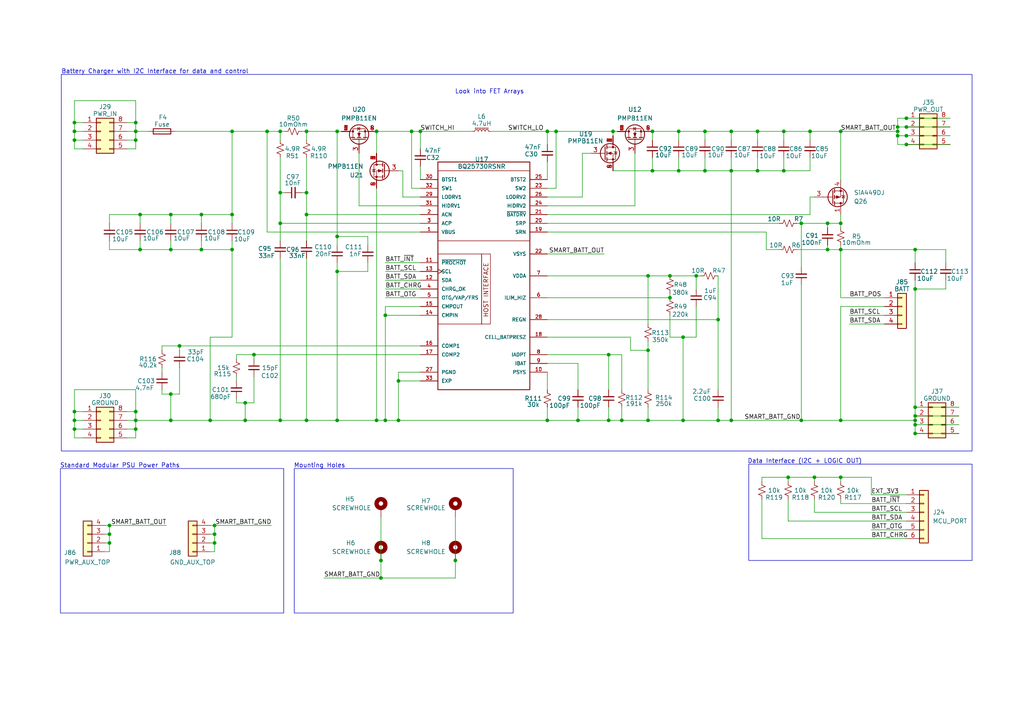
<source format=kicad_sch>
(kicad_sch (version 20250114) (generator "eeschema") (generator_version "9.0")
  (paper "A4")
  (title_block (title "Modular PSU") (company "DanWave Design") (comment 1 "Design By: Daniel Manla") (comment 2 "Open Hardware"))
  (lib_symbols
    (symbol "Connector_Generic:Conn_01x04" (pin_names (offset 1.016) (hide yes))
      (property "Reference" "J" (at 0 5.08 0))
      (property "Value" "Conn_01x04" (at 0 -7.62 0))
      (symbol "Conn_01x04_1_1"
        (pin passive line (at -5.08 2.54 0) (length 3.81) (name "Pin_1") (number "1"))
        (pin passive line (at -5.08 0 0) (length 3.81) (name "Pin_2") (number "2"))
        (pin passive line (at -5.08 -2.54 0) (length 3.81) (name "Pin_3") (number "3"))
        (pin passive line (at -5.08 -5.08 0) (length 3.81) (name "Pin_4") (number "4"))
      )
    )
    (symbol "Connector_Generic:Conn_01x06" (pin_names (offset 1.016) (hide yes))
      (property "Reference" "J" (at 0 7.62 0))
      (property "Value" "Conn_01x06" (at 0 -10.16 0))
      (symbol "Conn_01x06_1_1"
        (pin passive line (at -5.08 5.08 0) (length 3.81) (name "Pin_1") (number "1"))
        (pin passive line (at -5.08 2.54 0) (length 3.81) (name "Pin_2") (number "2"))
        (pin passive line (at -5.08 0 0) (length 3.81) (name "Pin_3") (number "3"))
        (pin passive line (at -5.08 -2.54 0) (length 3.81) (name "Pin_4") (number "4"))
        (pin passive line (at -5.08 -5.08 0) (length 3.81) (name "Pin_5") (number "5"))
        (pin passive line (at -5.08 -7.62 0) (length 3.81) (name "Pin_6") (number "6"))
      )
    )
    (symbol "Connector_Generic:Conn_02x04_Counter_Clockwise" (pin_names (offset 1.016) (hide yes))
      (property "Reference" "J" (at 1.27 5.08 0))
      (property "Value" "Conn_02x04_Counter_Clockwise" (at 1.27 -7.62 0))
      (symbol "Conn_02x04_Counter_Clockwise_1_1"
        (pin passive line (at -5.08 2.54 0) (length 3.81) (name "Pin_1") (number "1"))
        (pin passive line (at -5.08 0 0) (length 3.81) (name "Pin_2") (number "2"))
        (pin passive line (at -5.08 -2.54 0) (length 3.81) (name "Pin_3") (number "3"))
        (pin passive line (at -5.08 -5.08 0) (length 3.81) (name "Pin_4") (number "4"))
        (pin passive line (at 7.62 2.54 180) (length 3.81) (name "Pin_8") (number "8"))
        (pin passive line (at 7.62 0 180) (length 3.81) (name "Pin_7") (number "7"))
        (pin passive line (at 7.62 -2.54 180) (length 3.81) (name "Pin_6") (number "6"))
        (pin passive line (at 7.62 -5.08 180) (length 3.81) (name "Pin_5") (number "5"))
      )
    )
    (symbol "Device:C_Small" (pin_numbers (hide yes)) (pin_names (offset 0.254) (hide yes))
      (property "Reference" "C" (at 0.254 1.778 0))
      (property "Value" "C_Small" (at 0.254 -2.032 0))
      (symbol "C_Small_1_1"
        (pin passive line (at 0 2.54 270) (length 2.032) (name "~") (number "1"))
        (pin passive line (at 0 -2.54 90) (length 2.032) (name "~") (number "2"))
      )
    )
    (symbol "Device:Fuse" (pin_numbers (hide yes)) (pin_names (offset 0))
      (property "Reference" "F" (at 2.032 0 90))
      (property "Value" "Fuse" (at -1.905 0 90))
      (symbol "Fuse_1_1"
        (pin passive line (at 0 3.81 270) (length 1.27) (name "~") (number "1"))
        (pin passive line (at 0 -3.81 90) (length 1.27) (name "~") (number "2"))
      )
    )
    (symbol "Device:L_Ferrite_Small" (pin_numbers (hide yes)) (pin_names (offset 0.254) (hide yes))
      (property "Reference" "L" (at 1.27 1.016 0))
      (property "Value" "L_Ferrite_Small" (at 1.27 -1.27 0))
      (symbol "L_Ferrite_Small_1_1"
        (pin passive line (at 0 2.54 270) (length 0.508) (name "~") (number "1"))
        (pin passive line (at 0 -2.54 90) (length 0.508) (name "~") (number "2"))
      )
    )
    (symbol "Device:R_Small_US" (pin_numbers (hide yes)) (pin_names (offset 0.254) (hide yes))
      (property "Reference" "R" (at 0.762 0.508 0))
      (property "Value" "R_Small_US" (at 0.762 -1.016 0))
      (symbol "R_Small_US_1_1"
        (pin passive line (at 0 2.54 270) (length 1.016) (name "~") (number "1"))
        (pin passive line (at 0 -2.54 90) (length 1.016) (name "~") (number "2"))
      )
    )
    (symbol "EXT_DCDC:BQ25730RSNR" (pin_names (offset 1.016))
      (property "Reference" "U" (at 9.144 37.592 0))
      (property "Value" "BQ25730RSNR" (at -12.7 37.592 0))
      (symbol "BQ25730RSNR_0_0"
        (pin power_in line (at -17.78 34.29 0) (length 5.08) (name "BTST1") (number "30"))
        (pin output line (at -17.78 31.75 0) (length 5.08) (name "SW1") (number "32"))
        (pin output line (at -17.78 29.21 0) (length 5.08) (name "LODRV1") (number "29"))
        (pin output line (at -17.78 26.67 0) (length 5.08) (name "HIDRV1") (number "31"))
        (pin input line (at -17.78 24.13 0) (length 5.08) (name "ACN") (number "2"))
        (pin input line (at -17.78 21.59 0) (length 5.08) (name "ACP") (number "3"))
        (pin power_in line (at -17.78 19.05 0) (length 5.08) (name "VBUS") (number "1"))
        (pin output line (at -17.78 10.16 0) (length 5.08) (name "~{PROCHOT}") (number "11"))
        (pin input clock (at -17.78 7.62 0) (length 5.08) (name "SCL") (number "13"))
        (pin bidirectional line (at -17.78 5.08 0) (length 5.08) (name "SDA") (number "12"))
        (pin output line (at -17.78 2.54 0) (length 5.08) (name "CHRG_OK") (number "4"))
        (pin input line (at -17.78 0 0) (length 5.08) (name "OTG/VAP/FRS") (number "5"))
        (pin output line (at -17.78 -2.54 0) (length 5.08) (name "CMPOUT") (number "15"))
        (pin input line (at -17.78 -5.08 0) (length 5.08) (name "CMPIN") (number "14"))
        (pin input line (at -17.78 -13.97 0) (length 5.08) (name "COMP1") (number "16"))
        (pin input line (at -17.78 -16.51 0) (length 5.08) (name "COMP2") (number "17"))
        (pin power_in line (at -17.78 -21.59 0) (length 5.08) (name "PGND") (number "27"))
        (pin power_in line (at -17.78 -24.13 0) (length 5.08) (name "EXP") (number "33"))
        (pin power_in line (at 19.05 34.29 180) (length 5.08) (name "BTST2") (number "25"))
        (pin output line (at 19.05 31.75 180) (length 5.08) (name "SW2") (number "23"))
        (pin output line (at 19.05 29.21 180) (length 5.08) (name "LODRV2") (number "26"))
        (pin output line (at 19.05 26.67 180) (length 5.08) (name "HIDRV2") (number "24"))
        (pin output line (at 19.05 24.13 180) (length 5.08) (name "~{BATDRV}") (number "21"))
        (pin input line (at 19.05 21.59 180) (length 5.08) (name "SRP") (number "20"))
        (pin input line (at 19.05 19.05 180) (length 5.08) (name "SRN") (number "19"))
        (pin power_in line (at 19.05 12.7 180) (length 5.08) (name "VSYS") (number "22"))
        (pin power_in line (at 19.05 6.35 180) (length 5.08) (name "VDDA") (number "7"))
        (pin input line (at 19.05 0 180) (length 5.08) (name "ILIM_HIZ") (number "6"))
        (pin output line (at 19.05 -6.35 180) (length 5.08) (name "REGN") (number "28"))
        (pin input line (at 19.05 -11.43 180) (length 5.08) (name "CELL_BATPRESZ") (number "18"))
        (pin output line (at 19.05 -16.51 180) (length 5.08) (name "IADPT") (number "8"))
        (pin output line (at 19.05 -19.05 180) (length 5.08) (name "IBAT") (number "9"))
        (pin output line (at 19.05 -21.59 180) (length 5.08) (name "PSYS") (number "10"))
      )
      (symbol "BQ25730RSNR_1_1"
        (text "HOST INTERFACE" (at 1.27 2.286 900) (effects (font (size 1.27 1.27))))
      )
    )
    (symbol "EXT_DCDC:PMPB11EN" (pin_names (hide yes))
      (property "Reference" "U" (at 0 6.35 0))
      (property "Value" "PMPB11EN" (at 0 6.35 0))
      (symbol "PMPB11EN_1_1"
        (pin input line (at -5.08 0 0) (length 2.54) (name "G") (number "3"))
        (pin power_in line (at 1.27 5.08 270) (length 2.54) (name "D") (number "1"))
        (pin power_in line (at 1.27 5.08 270) (length 2.54) (name "D") (number "2"))
        (pin power_in line (at 1.27 5.08 270) (length 2.54) (name "D") (number "5"))
        (pin power_in line (at 1.27 5.08 270) (length 2.54) (name "D") (number "6"))
        (pin power_in line (at 1.27 5.08 270) (length 2.54) (name "D") (number "7"))
        (pin power_out line (at 1.27 -5.08 90) (length 2.54) (name "S") (number "4"))
        (pin power_out line (at 1.27 -5.08 90) (length 2.54) (name "S") (number "8"))
      )
    )
    (symbol "Mechanical:MountingHole_Pad" (pin_numbers (hide yes)) (pin_names (offset 1.016) (hide yes)) (exclude_from_sim yes) (in_bom no)
      (property "Reference" "H" (at 0 6.35 0))
      (property "Value" "MountingHole_Pad" (at 0 4.445 0))
      (symbol "MountingHole_Pad_1_1"
        (pin input line (at 0 -2.54 90) (length 2.54) (name "1") (number "1"))
      )
    )
    (symbol "Transistor_FET:SiA449DJ" (pin_names (hide yes))
      (property "Reference" "Q" (at 5.08 1.905 0))
      (property "Value" "SiA449DJ" (at 5.08 0 0))
      (symbol "SiA449DJ_1_1"
        (pin passive line (at -5.08 0 0) (length 2.54) (name "G") (number "3"))
        (pin passive line (at 2.54 5.08 270) (length 2.54) (name "D") (number "1"))
        (pin passive line (at 2.54 -5.08 90) (length 2.54) (name "S") (number "4"))
      )
    )
  )
  (rectangle (start 85.344 135.89) (end 148.844 177.8))
  (rectangle (start 217.17 134.62) (end 281.94 162.56))
  (rectangle (start 17.526 135.89) (end 82.296 177.8))
  (rectangle (start 17.78 21.59) (end 281.94 130.81))
  (text "Battery Charger with I2C Interface for data and control" (at 44.958 20.828 0) (effects (font (size 1.27 1.27))))
  (text "Look into FET Arrays" (at 141.986 26.67 0) (effects (font (size 1.27 1.27))))
  (text "Data Interface (I2C + LOGIC OUT)" (at 233.426 133.858 0) (effects (font (size 1.27 1.27))))
  (text "Mounting Holes" (at 92.71 135.128 0) (effects (font (size 1.27 1.27))))
  (text "Standard Modular PSU Power Paths" (at 34.798 135.128 0) (effects (font (size 1.27 1.27))))
  (junction (at 88.9 62.23))
  (junction (at 212.09 38.1))
  (junction (at 88.9 121.92))
  (junction (at 97.79 78.74))
  (junction (at 49.53 72.39))
  (junction (at 212.09 121.92))
  (junction (at 88.9 55.88))
  (junction (at 176.53 121.92))
  (junction (at 265.43 72.39))
  (junction (at 81.28 121.92))
  (junction (at 115.57 121.92))
  (junction (at 243.84 64.77))
  (junction (at 71.12 121.92))
  (junction (at 236.22 138.43))
  (junction (at 81.28 38.1))
  (junction (at 219.71 49.53))
  (junction (at 81.28 55.88))
  (junction (at 234.95 38.1))
  (junction (at 52.07 100.33))
  (junction (at 21.59 35.56))
  (junction (at 194.31 80.01))
  (junction (at 58.42 62.23))
  (junction (at 260.35 39.37))
  (junction (at 158.75 38.1))
  (junction (at 21.59 121.92))
  (junction (at 177.8 38.1))
  (junction (at 265.43 83.82))
  (junction (at 71.12 116.84))
  (junction (at 39.37 38.1))
  (junction (at 21.59 119.38))
  (junction (at 31.75 154.94))
  (junction (at 265.43 118.11))
  (junction (at 49.53 114.3))
  (junction (at 265.43 121.92))
  (junction (at 31.75 157.48))
  (junction (at 187.96 121.92))
  (junction (at 198.12 121.92))
  (junction (at 62.23 152.4))
  (junction (at 119.38 38.1))
  (junction (at 111.76 91.44))
  (junction (at 198.12 97.79))
  (junction (at 243.84 138.43))
  (junction (at 109.22 38.1))
  (junction (at 97.79 38.1))
  (junction (at 97.79 121.92))
  (junction (at 132.08 162.56))
  (junction (at 262.89 36.83))
  (junction (at 62.23 157.48))
  (junction (at 81.28 64.77))
  (junction (at 212.09 49.53))
  (junction (at 262.89 34.29))
  (junction (at 161.29 38.1))
  (junction (at 21.59 124.46))
  (junction (at 262.89 39.37))
  (junction (at 110.49 167.64))
  (junction (at 21.59 40.64))
  (junction (at 227.33 49.53))
  (junction (at 62.23 154.94))
  (junction (at 77.47 38.1))
  (junction (at 58.42 72.39))
  (junction (at 194.31 86.36))
  (junction (at 243.84 38.1))
  (junction (at 232.41 64.77))
  (junction (at 260.35 36.83))
  (junction (at 201.93 80.01))
  (junction (at 39.37 121.92))
  (junction (at 121.92 38.1))
  (junction (at 110.49 162.56))
  (junction (at 262.89 41.91))
  (junction (at 243.84 121.92))
  (junction (at 21.59 38.1))
  (junction (at 73.66 102.87))
  (junction (at 204.47 49.53))
  (junction (at 228.6 138.43))
  (junction (at 196.85 49.53))
  (junction (at 189.23 49.53))
  (junction (at 260.35 38.1))
  (junction (at 31.75 152.4))
  (junction (at 227.33 38.1))
  (junction (at 265.43 125.73))
  (junction (at 67.31 62.23))
  (junction (at 109.22 121.92))
  (junction (at 67.31 38.1))
  (junction (at 39.37 119.38))
  (junction (at 49.53 121.92))
  (junction (at 88.9 38.1))
  (junction (at 39.37 35.56))
  (junction (at 176.53 102.87))
  (junction (at 240.03 72.39))
  (junction (at 219.71 38.1))
  (junction (at 158.75 121.92))
  (junction (at 40.64 62.23))
  (junction (at 60.96 121.92))
  (junction (at 180.34 121.92))
  (junction (at 39.37 124.46))
  (junction (at 67.31 72.39))
  (junction (at 243.84 72.39))
  (junction (at 208.28 121.92))
  (junction (at 187.96 80.01))
  (junction (at 204.47 38.1))
  (junction (at 187.96 101.6))
  (junction (at 265.43 123.19))
  (junction (at 40.64 72.39))
  (junction (at 111.76 121.92))
  (junction (at 115.57 110.49))
  (junction (at 97.79 68.58))
  (junction (at 39.37 40.64))
  (junction (at 189.23 38.1))
  (junction (at 196.85 38.1))
  (junction (at 208.28 92.71))
  (junction (at 265.43 120.65))
  (junction (at 49.53 62.23))
  (junction (at 240.03 64.77))
  (junction (at 232.41 121.92))
  (junction (at 167.64 121.92))
  (wire (pts (xy 228.6 138.43) (xy 228.6 139.7)))
  (wire (pts (xy 262.89 143.51) (xy 252.73 143.51)))
  (wire (pts (xy 31.75 72.39) (xy 31.75 69.85)))
  (wire (pts (xy 234.95 57.15) (xy 234.95 62.23)))
  (wire (pts (xy 234.95 38.1) (xy 243.84 38.1)))
  (wire (pts (xy 219.71 45.72) (xy 219.71 49.53)))
  (wire (pts (xy 39.37 40.64) (xy 39.37 43.18)))
  (wire (pts (xy 46.99 101.6) (xy 46.99 100.33)))
  (wire (pts (xy 227.33 45.72) (xy 227.33 49.53)))
  (wire (pts (xy 212.09 121.92) (xy 232.41 121.92)))
  (wire (pts (xy 243.84 146.05) (xy 262.89 146.05)))
  (wire (pts (xy 24.13 121.92) (xy 21.59 121.92)))
  (wire (pts (xy 187.96 80.01) (xy 187.96 93.98)))
  (wire (pts (xy 88.9 74.93) (xy 88.9 121.92)))
  (wire (pts (xy 21.59 127) (xy 21.59 124.46)))
  (wire (pts (xy 24.13 43.18) (xy 21.59 43.18)))
  (wire (pts (xy 106.68 78.74) (xy 106.68 76.2)))
  (wire (pts (xy 158.75 59.69) (xy 184.15 59.69)))
  (wire (pts (xy 212.09 49.53) (xy 204.47 49.53)))
  (wire (pts (xy 88.9 121.92) (xy 97.79 121.92)))
  (wire (pts (xy 168.91 44.45) (xy 171.45 44.45)))
  (wire (pts (xy 67.31 97.79) (xy 60.96 97.79)))
  (wire (pts (xy 132.08 162.56) (xy 132.08 149.86)))
  (wire (pts (xy 111.76 81.28) (xy 121.92 81.28)))
  (wire (pts (xy 24.13 40.64) (xy 21.59 40.64)))
  (wire (pts (xy 111.76 76.2) (xy 121.92 76.2)))
  (wire (pts (xy 46.99 100.33) (xy 52.07 100.33)))
  (wire (pts (xy 73.66 102.87) (xy 121.92 102.87)))
  (wire (pts (xy 40.64 72.39) (xy 31.75 72.39)))
  (wire (pts (xy 81.28 121.92) (xy 88.9 121.92)))
  (wire (pts (xy 189.23 38.1) (xy 196.85 38.1)))
  (wire (pts (xy 194.31 91.44) (xy 194.31 97.79)))
  (wire (pts (xy 243.84 86.36) (xy 256.54 86.36)))
  (wire (pts (xy 137.16 38.1) (xy 121.92 38.1)))
  (wire (pts (xy 252.73 153.67) (xy 262.89 153.67)))
  (wire (pts (xy 68.58 109.22) (xy 68.58 110.49)))
  (wire (pts (xy 196.85 38.1) (xy 196.85 40.64)))
  (wire (pts (xy 109.22 38.1) (xy 119.38 38.1)))
  (wire (pts (xy 60.96 97.79) (xy 60.96 121.92)))
  (wire (pts (xy 49.53 114.3) (xy 52.07 114.3)))
  (wire (pts (xy 46.99 114.3) (xy 49.53 114.3)))
  (wire (pts (xy 132.08 167.64) (xy 132.08 162.56)))
  (wire (pts (xy 58.42 62.23) (xy 58.42 64.77)))
  (wire (pts (xy 158.75 64.77) (xy 226.06 64.77)))
  (wire (pts (xy 81.28 38.1) (xy 82.55 38.1)))
  (wire (pts (xy 158.75 121.92) (xy 167.64 121.92)))
  (wire (pts (xy 228.6 151.13) (xy 262.89 151.13)))
  (wire (pts (xy 121.92 38.1) (xy 121.92 43.18)))
  (wire (pts (xy 212.09 38.1) (xy 212.09 40.64)))
  (wire (pts (xy 115.57 110.49) (xy 115.57 121.92)))
  (wire (pts (xy 222.25 67.31) (xy 158.75 67.31)))
  (wire (pts (xy 265.43 118.11) (xy 265.43 120.65)))
  (wire (pts (xy 111.76 86.36) (xy 121.92 86.36)))
  (wire (pts (xy 46.99 113.03) (xy 46.99 114.3)))
  (wire (pts (xy 30.48 160.02) (xy 31.75 160.02)))
  (wire (pts (xy 265.43 72.39) (xy 265.43 76.2)))
  (wire (pts (xy 71.12 121.92) (xy 81.28 121.92)))
  (wire (pts (xy 260.35 41.91) (xy 262.89 41.91)))
  (wire (pts (xy 88.9 55.88) (xy 88.9 45.72)))
  (wire (pts (xy 220.98 156.21) (xy 262.89 156.21)))
  (wire (pts (xy 104.14 44.45) (xy 104.14 59.69)))
  (wire (pts (xy 265.43 125.73) (xy 278.13 125.73)))
  (wire (pts (xy 232.41 64.77) (xy 240.03 64.77)))
  (wire (pts (xy 158.75 38.1) (xy 158.75 41.91)))
  (wire (pts (xy 31.75 62.23) (xy 31.75 64.77)))
  (wire (pts (xy 265.43 120.65) (xy 265.43 121.92)))
  (wire (pts (xy 232.41 82.55) (xy 232.41 121.92)))
  (wire (pts (xy 236.22 148.59) (xy 262.89 148.59)))
  (wire (pts (xy 21.59 38.1) (xy 21.59 35.56)))
  (wire (pts (xy 234.95 49.53) (xy 234.95 45.72)))
  (wire (pts (xy 182.88 97.79) (xy 182.88 101.6)))
  (wire (pts (xy 39.37 113.03) (xy 39.37 119.38)))
  (wire (pts (xy 67.31 62.23) (xy 67.31 64.77)))
  (wire (pts (xy 234.95 38.1) (xy 234.95 40.64)))
  (wire (pts (xy 21.59 40.64) (xy 21.59 38.1)))
  (wire (pts (xy 31.75 62.23) (xy 40.64 62.23)))
  (wire (pts (xy 161.29 38.1) (xy 177.8 38.1)))
  (wire (pts (xy 21.59 119.38) (xy 24.13 119.38)))
  (wire (pts (xy 158.75 118.11) (xy 158.75 121.92)))
  (wire (pts (xy 119.38 54.61) (xy 119.38 38.1)))
  (wire (pts (xy 176.53 121.92) (xy 180.34 121.92)))
  (wire (pts (xy 231.14 72.39) (xy 240.03 72.39)))
  (wire (pts (xy 73.66 102.87) (xy 73.66 104.14)))
  (wire (pts (xy 158.75 54.61) (xy 161.29 54.61)))
  (wire (pts (xy 121.92 62.23) (xy 88.9 62.23)))
  (wire (pts (xy 49.53 62.23) (xy 58.42 62.23)))
  (wire (pts (xy 58.42 69.85) (xy 58.42 72.39)))
  (wire (pts (xy 161.29 38.1) (xy 158.75 38.1)))
  (wire (pts (xy 219.71 38.1) (xy 219.71 40.64)))
  (wire (pts (xy 260.35 39.37) (xy 262.89 39.37)))
  (wire (pts (xy 228.6 138.43) (xy 236.22 138.43)))
  (wire (pts (xy 236.22 138.43) (xy 236.22 139.7)))
  (wire (pts (xy 81.28 64.77) (xy 81.28 69.85)))
  (wire (pts (xy 62.23 152.4) (xy 78.74 152.4)))
  (wire (pts (xy 168.91 44.45) (xy 168.91 57.15)))
  (wire (pts (xy 60.96 154.94) (xy 62.23 154.94)))
  (wire (pts (xy 274.32 72.39) (xy 274.32 76.2)))
  (wire (pts (xy 204.47 38.1) (xy 204.47 40.64)))
  (wire (pts (xy 106.68 68.58) (xy 106.68 71.12)))
  (wire (pts (xy 115.57 110.49) (xy 121.92 110.49)))
  (wire (pts (xy 58.42 62.23) (xy 67.31 62.23)))
  (wire (pts (xy 67.31 38.1) (xy 67.31 62.23)))
  (wire (pts (xy 31.75 152.4) (xy 48.26 152.4)))
  (wire (pts (xy 87.63 38.1) (xy 88.9 38.1)))
  (wire (pts (xy 236.22 144.78) (xy 236.22 148.59)))
  (wire (pts (xy 208.28 121.92) (xy 212.09 121.92)))
  (wire (pts (xy 81.28 40.64) (xy 81.28 38.1)))
  (wire (pts (xy 194.31 85.09) (xy 194.31 86.36)))
  (wire (pts (xy 119.38 38.1) (xy 121.92 38.1)))
  (wire (pts (xy 67.31 72.39) (xy 58.42 72.39)))
  (wire (pts (xy 21.59 35.56) (xy 24.13 35.56)))
  (wire (pts (xy 39.37 121.92) (xy 49.53 121.92)))
  (wire (pts (xy 115.57 107.95) (xy 115.57 110.49)))
  (wire (pts (xy 49.53 72.39) (xy 40.64 72.39)))
  (wire (pts (xy 198.12 97.79) (xy 198.12 121.92)))
  (wire (pts (xy 93.98 167.64) (xy 110.49 167.64)))
  (wire (pts (xy 240.03 64.77) (xy 243.84 64.77)))
  (wire (pts (xy 240.03 72.39) (xy 243.84 72.39)))
  (wire (pts (xy 182.88 101.6) (xy 187.96 101.6)))
  (wire (pts (xy 194.31 80.01) (xy 201.93 80.01)))
  (wire (pts (xy 158.75 86.36) (xy 194.31 86.36)))
  (wire (pts (xy 81.28 74.93) (xy 81.28 121.92)))
  (wire (pts (xy 46.99 106.68) (xy 46.99 107.95)))
  (wire (pts (xy 243.84 146.05) (xy 243.84 144.78)))
  (wire (pts (xy 60.96 160.02) (xy 62.23 160.02)))
  (wire (pts (xy 227.33 49.53) (xy 234.95 49.53)))
  (wire (pts (xy 234.95 62.23) (xy 158.75 62.23)))
  (wire (pts (xy 240.03 64.77) (xy 240.03 66.04)))
  (wire (pts (xy 30.48 154.94) (xy 31.75 154.94)))
  (wire (pts (xy 111.76 88.9) (xy 121.92 88.9)))
  (wire (pts (xy 274.32 81.28) (xy 274.32 83.82)))
  (wire (pts (xy 212.09 49.53) (xy 219.71 49.53)))
  (wire (pts (xy 232.41 121.92) (xy 243.84 121.92)))
  (wire (pts (xy 265.43 83.82) (xy 265.43 81.28)))
  (wire (pts (xy 198.12 97.79) (xy 201.93 97.79)))
  (wire (pts (xy 177.8 38.1) (xy 179.07 38.1)))
  (wire (pts (xy 208.28 92.71) (xy 158.75 92.71)))
  (wire (pts (xy 168.91 57.15) (xy 158.75 57.15)))
  (wire (pts (xy 71.12 116.84) (xy 73.66 116.84)))
  (wire (pts (xy 36.83 38.1) (xy 39.37 38.1)))
  (wire (pts (xy 62.23 157.48) (xy 62.23 154.94)))
  (wire (pts (xy 243.84 38.1) (xy 260.35 38.1)))
  (wire (pts (xy 36.83 119.38) (xy 39.37 119.38)))
  (wire (pts (xy 243.84 138.43) (xy 252.73 138.43)))
  (wire (pts (xy 67.31 69.85) (xy 67.31 72.39)))
  (wire (pts (xy 212.09 45.72) (xy 212.09 49.53)))
  (wire (pts (xy 212.09 38.1) (xy 219.71 38.1)))
  (wire (pts (xy 158.75 97.79) (xy 182.88 97.79)))
  (wire (pts (xy 246.38 93.98) (xy 256.54 93.98)))
  (wire (pts (xy 204.47 38.1) (xy 212.09 38.1)))
  (wire (pts (xy 40.64 62.23) (xy 49.53 62.23)))
  (wire (pts (xy 180.34 121.92) (xy 187.96 121.92)))
  (wire (pts (xy 243.84 88.9) (xy 256.54 88.9)))
  (wire (pts (xy 260.35 38.1) (xy 260.35 39.37)))
  (wire (pts (xy 36.83 43.18) (xy 39.37 43.18)))
  (wire (pts (xy 110.49 162.56) (xy 110.49 149.86)))
  (wire (pts (xy 21.59 29.21) (xy 39.37 29.21)))
  (wire (pts (xy 158.75 107.95) (xy 158.75 113.03)))
  (wire (pts (xy 208.28 118.11) (xy 208.28 121.92)))
  (wire (pts (xy 36.83 40.64) (xy 39.37 40.64)))
  (wire (pts (xy 180.34 118.11) (xy 180.34 121.92)))
  (wire (pts (xy 39.37 29.21) (xy 39.37 35.56)))
  (wire (pts (xy 81.28 55.88) (xy 82.55 55.88)))
  (wire (pts (xy 111.76 91.44) (xy 121.92 91.44)))
  (wire (pts (xy 201.93 97.79) (xy 201.93 88.9)))
  (wire (pts (xy 243.84 121.92) (xy 265.43 121.92)))
  (wire (pts (xy 246.38 91.44) (xy 256.54 91.44)))
  (wire (pts (xy 21.59 43.18) (xy 21.59 40.64)))
  (wire (pts (xy 167.64 118.11) (xy 167.64 121.92)))
  (wire (pts (xy 52.07 114.3) (xy 52.07 106.68)))
  (wire (pts (xy 167.64 105.41) (xy 167.64 113.03)))
  (wire (pts (xy 177.8 49.53) (xy 189.23 49.53)))
  (wire (pts (xy 39.37 127) (xy 39.37 124.46)))
  (wire (pts (xy 68.58 115.57) (xy 68.58 116.84)))
  (wire (pts (xy 187.96 118.11) (xy 187.96 121.92)))
  (wire (pts (xy 36.83 121.92) (xy 39.37 121.92)))
  (wire (pts (xy 60.96 152.4) (xy 62.23 152.4)))
  (wire (pts (xy 262.89 36.83) (xy 275.59 36.83)))
  (wire (pts (xy 68.58 116.84) (xy 71.12 116.84)))
  (wire (pts (xy 109.22 54.61) (xy 109.22 121.92)))
  (wire (pts (xy 243.84 72.39) (xy 265.43 72.39)))
  (wire (pts (xy 60.96 121.92) (xy 71.12 121.92)))
  (wire (pts (xy 265.43 118.11) (xy 278.13 118.11)))
  (wire (pts (xy 243.84 138.43) (xy 243.84 139.7)))
  (wire (pts (xy 30.48 152.4) (xy 31.75 152.4)))
  (wire (pts (xy 97.79 78.74) (xy 97.79 121.92)))
  (wire (pts (xy 77.47 67.31) (xy 77.47 38.1)))
  (wire (pts (xy 67.31 72.39) (xy 67.31 97.79)))
  (wire (pts (xy 222.25 72.39) (xy 222.25 67.31)))
  (wire (pts (xy 39.37 124.46) (xy 39.37 121.92)))
  (wire (pts (xy 260.35 36.83) (xy 262.89 36.83)))
  (wire (pts (xy 49.53 69.85) (xy 49.53 72.39)))
  (wire (pts (xy 24.13 38.1) (xy 21.59 38.1)))
  (wire (pts (xy 109.22 38.1) (xy 109.22 44.45)))
  (wire (pts (xy 198.12 121.92) (xy 208.28 121.92)))
  (wire (pts (xy 260.35 36.83) (xy 260.35 34.29)))
  (wire (pts (xy 243.84 72.39) (xy 243.84 71.12)))
  (wire (pts (xy 243.84 38.1) (xy 243.84 52.07)))
  (wire (pts (xy 71.12 116.84) (xy 71.12 121.92)))
  (wire (pts (xy 36.83 127) (xy 39.37 127)))
  (wire (pts (xy 116.84 49.53) (xy 116.84 57.15)))
  (wire (pts (xy 187.96 99.06) (xy 187.96 101.6)))
  (wire (pts (xy 73.66 116.84) (xy 73.66 109.22)))
  (wire (pts (xy 109.22 121.92) (xy 111.76 121.92)))
  (wire (pts (xy 220.98 138.43) (xy 228.6 138.43)))
  (wire (pts (xy 208.28 80.01) (xy 208.28 92.71)))
  (wire (pts (xy 81.28 64.77) (xy 81.28 55.88)))
  (wire (pts (xy 196.85 38.1) (xy 204.47 38.1)))
  (wire (pts (xy 121.92 54.61) (xy 119.38 54.61)))
  (wire (pts (xy 121.92 107.95) (xy 115.57 107.95)))
  (wire (pts (xy 176.53 102.87) (xy 176.53 113.03)))
  (wire (pts (xy 30.48 157.48) (xy 31.75 157.48)))
  (wire (pts (xy 176.53 118.11) (xy 176.53 121.92)))
  (wire (pts (xy 265.43 72.39) (xy 274.32 72.39)))
  (wire (pts (xy 142.24 38.1) (xy 158.75 38.1)))
  (wire (pts (xy 260.35 39.37) (xy 260.35 41.91)))
  (wire (pts (xy 50.8 38.1) (xy 67.31 38.1)))
  (wire (pts (xy 265.43 123.19) (xy 265.43 125.73)))
  (wire (pts (xy 227.33 38.1) (xy 227.33 40.64)))
  (wire (pts (xy 158.75 73.66) (xy 175.26 73.66)))
  (wire (pts (xy 189.23 45.72) (xy 189.23 49.53)))
  (wire (pts (xy 36.83 124.46) (xy 39.37 124.46)))
  (wire (pts (xy 87.63 55.88) (xy 88.9 55.88)))
  (wire (pts (xy 77.47 38.1) (xy 81.28 38.1)))
  (wire (pts (xy 49.53 114.3) (xy 49.53 121.92)))
  (wire (pts (xy 158.75 52.07) (xy 158.75 46.99)))
  (wire (pts (xy 110.49 167.64) (xy 132.08 167.64)))
  (wire (pts (xy 111.76 91.44) (xy 111.76 121.92)))
  (wire (pts (xy 21.59 113.03) (xy 39.37 113.03)))
  (wire (pts (xy 227.33 38.1) (xy 234.95 38.1)))
  (wire (pts (xy 265.43 123.19) (xy 278.13 123.19)))
  (wire (pts (xy 158.75 105.41) (xy 167.64 105.41)))
  (wire (pts (xy 49.53 62.23) (xy 49.53 64.77)))
  (wire (pts (xy 228.6 151.13) (xy 228.6 144.78)))
  (wire (pts (xy 36.83 35.56) (xy 39.37 35.56)))
  (wire (pts (xy 161.29 54.61) (xy 161.29 38.1)))
  (wire (pts (xy 260.35 36.83) (xy 260.35 38.1)))
  (wire (pts (xy 222.25 72.39) (xy 226.06 72.39)))
  (wire (pts (xy 21.59 119.38) (xy 21.59 113.03)))
  (wire (pts (xy 219.71 49.53) (xy 227.33 49.53)))
  (wire (pts (xy 274.32 83.82) (xy 265.43 83.82)))
  (wire (pts (xy 201.93 80.01) (xy 201.93 83.82)))
  (wire (pts (xy 111.76 121.92) (xy 115.57 121.92)))
  (wire (pts (xy 39.37 121.92) (xy 39.37 119.38)))
  (wire (pts (xy 52.07 100.33) (xy 52.07 101.6)))
  (wire (pts (xy 121.92 67.31) (xy 77.47 67.31)))
  (wire (pts (xy 220.98 138.43) (xy 220.98 139.7)))
  (wire (pts (xy 236.22 138.43) (xy 243.84 138.43)))
  (wire (pts (xy 212.09 49.53) (xy 212.09 121.92)))
  (wire (pts (xy 62.23 154.94) (xy 62.23 152.4)))
  (wire (pts (xy 88.9 38.1) (xy 88.9 40.64)))
  (wire (pts (xy 97.79 68.58) (xy 106.68 68.58)))
  (wire (pts (xy 187.96 101.6) (xy 187.96 113.03)))
  (wire (pts (xy 68.58 104.14) (xy 68.58 102.87)))
  (wire (pts (xy 265.43 120.65) (xy 278.13 120.65)))
  (wire (pts (xy 196.85 49.53) (xy 204.47 49.53)))
  (wire (pts (xy 121.92 64.77) (xy 81.28 64.77)))
  (wire (pts (xy 39.37 38.1) (xy 39.37 35.56)))
  (wire (pts (xy 265.43 83.82) (xy 265.43 118.11)))
  (wire (pts (xy 184.15 44.45) (xy 184.15 59.69)))
  (wire (pts (xy 31.75 154.94) (xy 31.75 152.4)))
  (wire (pts (xy 111.76 78.74) (xy 121.92 78.74)))
  (wire (pts (xy 88.9 38.1) (xy 97.79 38.1)))
  (wire (pts (xy 187.96 121.92) (xy 198.12 121.92)))
  (wire (pts (xy 208.28 92.71) (xy 208.28 113.03)))
  (wire (pts (xy 21.59 121.92) (xy 21.59 119.38)))
  (wire (pts (xy 121.92 100.33) (xy 52.07 100.33)))
  (wire (pts (xy 243.84 72.39) (xy 243.84 86.36)))
  (wire (pts (xy 88.9 62.23) (xy 88.9 69.85)))
  (wire (pts (xy 240.03 71.12) (xy 240.03 72.39)))
  (wire (pts (xy 40.64 69.85) (xy 40.64 72.39)))
  (wire (pts (xy 97.79 68.58) (xy 97.79 71.12)))
  (wire (pts (xy 180.34 102.87) (xy 180.34 113.03)))
  (wire (pts (xy 220.98 144.78) (xy 220.98 156.21)))
  (wire (pts (xy 194.31 97.79) (xy 198.12 97.79)))
  (wire (pts (xy 243.84 64.77) (xy 243.84 66.04)))
  (wire (pts (xy 39.37 38.1) (xy 43.18 38.1)))
  (wire (pts (xy 262.89 39.37) (xy 275.59 39.37)))
  (wire (pts (xy 81.28 55.88) (xy 81.28 45.72)))
  (wire (pts (xy 104.14 59.69) (xy 121.92 59.69)))
  (wire (pts (xy 115.57 121.92) (xy 158.75 121.92)))
  (wire (pts (xy 31.75 160.02) (xy 31.75 157.48)))
  (wire (pts (xy 31.75 157.48) (xy 31.75 154.94)))
  (wire (pts (xy 21.59 35.56) (xy 21.59 29.21)))
  (wire (pts (xy 231.14 64.77) (xy 232.41 64.77)))
  (wire (pts (xy 243.84 121.92) (xy 243.84 88.9)))
  (wire (pts (xy 187.96 80.01) (xy 194.31 80.01)))
  (wire (pts (xy 262.89 34.29) (xy 275.59 34.29)))
  (wire (pts (xy 97.79 78.74) (xy 106.68 78.74)))
  (wire (pts (xy 115.57 49.53) (xy 116.84 49.53)))
  (wire (pts (xy 88.9 62.23) (xy 88.9 55.88)))
  (wire (pts (xy 60.96 157.48) (xy 62.23 157.48)))
  (wire (pts (xy 158.75 80.01) (xy 187.96 80.01)))
  (wire (pts (xy 219.71 38.1) (xy 227.33 38.1)))
  (wire (pts (xy 176.53 102.87) (xy 180.34 102.87)))
  (wire (pts (xy 97.79 38.1) (xy 97.79 68.58)))
  (wire (pts (xy 111.76 83.82) (xy 121.92 83.82)))
  (wire (pts (xy 24.13 127) (xy 21.59 127)))
  (wire (pts (xy 203.2 80.01) (xy 201.93 80.01)))
  (wire (pts (xy 177.8 38.1) (xy 177.8 39.37)))
  (wire (pts (xy 58.42 72.39) (xy 49.53 72.39)))
  (wire (pts (xy 39.37 40.64) (xy 39.37 38.1)))
  (wire (pts (xy 111.76 88.9) (xy 111.76 91.44)))
  (wire (pts (xy 265.43 121.92) (xy 265.43 123.19)))
  (wire (pts (xy 243.84 62.23) (xy 243.84 64.77)))
  (wire (pts (xy 110.49 167.64) (xy 110.49 162.56)))
  (wire (pts (xy 49.53 121.92) (xy 60.96 121.92)))
  (wire (pts (xy 189.23 49.53) (xy 196.85 49.53)))
  (wire (pts (xy 234.95 57.15) (xy 236.22 57.15)))
  (wire (pts (xy 67.31 38.1) (xy 77.47 38.1)))
  (wire (pts (xy 262.89 41.91) (xy 275.59 41.91)))
  (wire (pts (xy 24.13 124.46) (xy 21.59 124.46)))
  (wire (pts (xy 158.75 102.87) (xy 176.53 102.87)))
  (wire (pts (xy 121.92 52.07) (xy 121.92 48.26)))
  (wire (pts (xy 40.64 62.23) (xy 40.64 64.77)))
  (wire (pts (xy 116.84 57.15) (xy 121.92 57.15)))
  (wire (pts (xy 21.59 124.46) (xy 21.59 121.92)))
  (wire (pts (xy 189.23 38.1) (xy 189.23 40.64)))
  (wire (pts (xy 252.73 138.43) (xy 252.73 143.51)))
  (wire (pts (xy 68.58 102.87) (xy 73.66 102.87)))
  (wire (pts (xy 196.85 45.72) (xy 196.85 49.53)))
  (wire (pts (xy 97.79 38.1) (xy 99.06 38.1)))
  (wire (pts (xy 232.41 64.77) (xy 232.41 77.47)))
  (wire (pts (xy 62.23 160.02) (xy 62.23 157.48)))
  (wire (pts (xy 167.64 121.92) (xy 176.53 121.92)))
  (wire (pts (xy 204.47 45.72) (xy 204.47 49.53)))
  (wire (pts (xy 260.35 34.29) (xy 262.89 34.29)))
  (wire (pts (xy 97.79 76.2) (xy 97.79 78.74)))
  (wire (pts (xy 97.79 121.92) (xy 109.22 121.92)))
  (label "BATT_SDA" (at 252.73 151.13 0))
  (label "BATT_POS" (at 246.38 86.36 0))
  (label "BATT_~{INT}" (at 252.73 146.05 0))
  (label "BATT_SCL" (at 246.38 91.44 0))
  (label "BATT_SCL" (at 252.73 148.59 0))
  (label "BATT_OTG" (at 252.73 153.67 0))
  (label "SMART_BATT_OUT" (at 175.26 73.66 180))
  (label "SMART_BATT_GND" (at 215.9 121.92 0))
  (label "BATT_SDA" (at 246.38 93.98 0))
  (label "SMART_BATT_OUT" (at 243.84 38.1 0))
  (label "SMART_BATT_GND" (at 93.98 167.64 0))
  (label "BATT_SDA" (at 111.76 81.28 0))
  (label "BATT_~{INT}" (at 111.76 76.2 0))
  (label "SWITCH_LO" (at 147.32 38.1 0))
  (label "SMART_BATT_GND" (at 78.74 152.4 180))
  (label "BATT_SCL" (at 111.76 78.74 0))
  (label "BATT_CHRG" (at 252.73 156.21 0))
  (label "BATT_OTG" (at 111.76 86.36 0))
  (label "BATT_CHRG" (at 111.76 83.82 0))
  (label "EXT_3V3" (at 252.73 143.51 0))
  (label "SWITCH_HI" (at 121.92 38.1 0))
  (label "SMART_BATT_OUT" (at 48.26 152.4 180))
  (symbol (lib_id "Device:R_Small_US") (at 187.96 115.57 0) (unit 1)
    (property "Reference" "R114" (at 192.532 115.316 0))
    (property "Value" "250k" (at 192.532 117.094 0))
    (property "Footprint" "Resistor_SMD:R_0603_1608Metric_Pad0.98x0.95mm_HandSolder" (effects (hide yes)))
    (property "Description" "Resistor, small US symbol" (effects (hide yes)))
  )
  (symbol (lib_id "Device:R_Small_US") (at 205.74 80.01 90) (unit 1)
    (property "Reference" "R47" (at 208.534 78.486 90))
    (property "Value" "10R" (at 202.438 78.486 90))
    (property "Footprint" "Resistor_SMD:R_0603_1608Metric_Pad0.98x0.95mm_HandSolder" (effects (hide yes)))
    (property "Description" "Resistor, small US symbol" (effects (hide yes)))
  )
  (symbol (lib_id "Device:C_Small") (at 49.53 67.31 0) (unit 1)
    (property "Reference" "C107" (at 51.308 67.31 0) (effects (justify left)))
    (property "Value" "10uF" (at 50.292 69.088 0) (effects (justify left)))
    (property "Footprint" "Capacitor_SMD:C_0805_2012Metric_Pad1.18x1.45mm_HandSolder" (effects (hide yes)))
    (property "Description" "Unpolarized capacitor, small symbol" (effects (hide yes)))
  )
  (symbol (lib_id "Device:R_Small_US") (at 46.99 104.14 180) (unit 1)
    (property "Reference" "R116" (at 42.926 104.14 0))
    (property "Value" "40.2k" (at 42.926 105.918 0))
    (property "Footprint" "Resistor_SMD:R_0603_1608Metric_Pad0.98x0.95mm_HandSolder" (effects (hide yes)))
    (property "Description" "Resistor, small US symbol" (effects (hide yes)))
  )
  (symbol (lib_id "Device:C_Small") (at 85.09 55.88 90) (unit 1)
    (property "Reference" "C97" (at 86.868 51.308 90) (effects (justify left)))
    (property "Value" "10nF" (at 87.376 53.086 90) (effects (justify left)))
    (property "Footprint" "Capacitor_SMD:C_0603_1608Metric_Pad1.08x0.95mm_HandSolder" (effects (hide yes)))
    (property "Description" "Unpolarized capacitor, small symbol" (effects (hide yes)))
  )
  (symbol (lib_id "Device:C_Small") (at 106.68 73.66 180) (unit 1)
    (property "Reference" "C111" (at 105.156 71.628 0) (effects (justify left)))
    (property "Value" "1nF" (at 104.902 73.66 0) (effects (justify left)))
    (property "Footprint" "Capacitor_SMD:C_0603_1608Metric_Pad1.08x0.95mm_HandSolder" (effects (hide yes)))
    (property "Description" "Unpolarized capacitor, small symbol" (effects (hide yes)))
  )
  (symbol (lib_id "Device:C_Small") (at 265.43 78.74 0) (unit 1)
    (property "Reference" "C112" (at 266.954 78.74 0) (effects (justify left)))
    (property "Value" "10uF" (at 265.938 80.772 0) (effects (justify left)))
    (property "Footprint" "Capacitor_SMD:C_0805_2012Metric_Pad1.18x1.45mm_HandSolder" (effects (hide yes)))
    (property "Description" "Unpolarized capacitor, small symbol" (effects (hide yes)))
  )
  (symbol (lib_id "Connector_Generic:Conn_02x04_Counter_Clockwise") (at 29.21 121.92 0) (unit 1)
    (property "Reference" "J30" (at 30.48 114.808 0))
    (property "Value" "GROUND" (at 30.48 116.84 0))
    (property "Footprint" "Connector_PinHeader_2.54mm:PinHeader_2x04_P2.54mm_Horizontal" (effects (hide yes)))
    (property "Description" "Generic connector, double row, 02x04, counter clockwise pin numbering scheme (similar to DIP package numbering), script generated (kicad-library-utils/schlib/autogen/connector/)" (effects (hide yes)))
  )
  (symbol (lib_id "Device:R_Small_US") (at 187.96 96.52 0) (unit 1)
    (property "Reference" "R113" (at 191.516 96.52 0))
    (property "Value" "350k" (at 191.516 98.552 0))
    (property "Footprint" "Resistor_SMD:R_0603_1608Metric_Pad0.98x0.95mm_HandSolder" (effects (hide yes)))
    (property "Description" "Resistor, small US symbol" (effects (hide yes)))
  )
  (symbol (lib_id "Device:C_Small") (at 158.75 44.45 0) (unit 1)
    (property "Reference" "C30" (at 152.146 44.704 0) (effects (justify left)))
    (property "Value" "47nF" (at 152.146 42.672 0) (effects (justify left)))
    (property "Footprint" "Capacitor_SMD:C_0603_1608Metric_Pad1.08x0.95mm_HandSolder" (effects (hide yes)))
    (property "Description" "Unpolarized capacitor, small symbol" (effects (hide yes)))
  )
  (symbol (lib_id "Device:C_Small") (at 81.28 72.39 180) (unit 1)
    (property "Reference" "C95" (at 78.74 72.136 0) (effects (justify left)))
    (property "Value" "33nF" (at 79.756 74.168 0) (effects (justify left)))
    (property "Footprint" "Capacitor_SMD:C_0603_1608Metric_Pad1.08x0.95mm_HandSolder" (effects (hide yes)))
    (property "Description" "Unpolarized capacitor, small symbol" (effects (hide yes)))
  )
  (symbol (lib_id "Device:L_Ferrite_Small") (at 139.7 38.1 90) (unit 1)
    (property "Reference" "L6" (at 139.7 33.782 90))
    (property "Value" "4.7uH" (at 139.7 35.814 90))
    (property "Footprint" "Inductor_SMD:L_2512_6332Metric_Pad1.52x3.35mm_HandSolder" (effects (hide yes)))
    (property "Description" "Inductor with ferrite core, small symbol" (effects (hide yes)))
  )
  (symbol (lib_id "Device:R_Small_US") (at 228.6 72.39 90) (unit 1)
    (property "Reference" "R6" (at 230.886 71.12 90))
    (property "Value" "10R" (at 225.044 71.12 90))
    (property "Footprint" "Resistor_SMD:R_0603_1608Metric_Pad0.98x0.95mm_HandSolder" (effects (hide yes)))
    (property "Description" "Resistor, small US symbol" (effects (hide yes)))
  )
  (symbol (lib_id "Connector_Generic:Conn_01x04") (at 261.62 88.9 0) (unit 1)
    (property "Reference" "J85" (at 261.62 81.788 0))
    (property "Value" "BATT" (at 261.62 83.82 0))
    (property "Footprint" "TerminalBlock_MetzConnect:TerminalBlock_MetzConnect_Type059_RT06304HBWC_1x04_P3.50mm_Horizontal" (effects (hide yes)))
    (property "Description" "Generic connector, single row, 01x04, script generated (kicad-library-utils/schlib/autogen/connector/)" (effects (hide yes)))
  )
  (symbol (lib_id "Device:R_Small_US") (at 85.09 38.1 90) (unit 1)
    (property "Reference" "R50" (at 85.09 34.29 90))
    (property "Value" "10mOhm" (at 85.09 36.068 90))
    (property "Footprint" "Resistor_SMD:R_0805_2012Metric_Pad1.20x1.40mm_HandSolder" (effects (hide yes)))
    (property "Description" "Resistor, small US symbol" (effects (hide yes)))
  )
  (symbol (lib_id "EXT_DCDC:PMPB11EN") (at 110.49 49.53 0) (mirror y) (unit 1)
    (property "Reference" "U21" (at 105.41 50.8001 0) (effects (justify left)))
    (property "Value" "PMPB11EN" (at 105.41 48.2601 0) (effects (justify left)))
    (property "Footprint" "Package_DFN_QFN:Diodes_UDFN2020-6_Type-F" (effects (hide yes)))
    (property "Datasheet" "https://assets.nexperia.com/documents/data-sheet/PMPB11EN.pdf" (effects (hide yes)))
    (property "Description" "N-channel enhancement mode Field-Effect Transistor (FET) in a leadless medium power DFN2020MD-6 (SOT1220) Surface-Mounted Device (SMD) plastic package using Trench MOSFET technology." (effects (hide yes)))
  )
  (symbol (lib_id "Device:C_Small") (at 232.41 80.01 180) (unit 1)
    (property "Reference" "C93" (at 230.378 80.01 0) (effects (justify left)))
    (property "Value" "1uF" (at 230.124 82.042 0) (effects (justify left)))
    (property "Footprint" "Capacitor_SMD:C_0603_1608Metric_Pad1.08x0.95mm_HandSolder" (effects (hide yes)))
    (property "Description" "Unpolarized capacitor, small symbol" (effects (hide yes)))
  )
  (symbol (lib_id "Device:R_Small_US") (at 81.28 43.18 0) (unit 1)
    (property "Reference" "R51" (at 84.836 45.212 0))
    (property "Value" "4.9R" (at 84.836 43.18 0))
    (property "Footprint" "Resistor_SMD:R_0603_1608Metric_Pad0.98x0.95mm_HandSolder" (effects (hide yes)))
    (property "Description" "Resistor, small US symbol" (effects (hide yes)))
  )
  (symbol (lib_id "Device:C_Small") (at 121.92 45.72 180) (unit 1)
    (property "Reference" "C32" (at 127.508 45.72 0) (effects (justify left)))
    (property "Value" "47nF" (at 128.016 43.688 0) (effects (justify left)))
    (property "Footprint" "Capacitor_SMD:C_0603_1608Metric_Pad1.08x0.95mm_HandSolder" (effects (hide yes)))
    (property "Description" "Unpolarized capacitor, small symbol" (effects (hide yes)))
  )
  (symbol (lib_id "Mechanical:MountingHole_Pad") (at 132.08 147.32 0) (unit 1) (exclude_from_sim yes) (in_bom no)
    (property "Reference" "H7" (at 122.174 145.288 0) (effects (justify left)))
    (property "Value" "SCREWHOLE" (at 117.856 147.32 0) (effects (justify left)))
    (property "Footprint" "MountingHole:MountingHole_2.2mm_M2_DIN965_Pad_TopBottom" (effects (hide yes)))
    (property "Description" "Mounting Hole with connection" (effects (hide yes)))
  )
  (symbol (lib_id "EXT_DCDC:BQ25730RSNR") (at 139.7 86.36 0) (unit 1)
    (property "Reference" "U17" (at 139.7 46.228 0))
    (property "Value" "BQ25730RSNR" (at 139.7 48.26 0))
    (property "Footprint" "Package_DFN_QFN:QFN-32-1EP_4x4mm_P0.4mm_EP2.9x2.9mm" (effects (hide yes)))
    (property "Datasheet" "https://www.ti.com/general/docs/suppproductinfo.tsp?distId=10&gotoUrl=http%3A%2F%2Fwww.ti.com%2Flit%2Fgpn%2Fbq25730" (effects (hide yes)))
    (property "Description" "The BQ25730 is a synchronous NVDC buck-boost battery charge controller to charge a 1- to 5-cell battery from a wide range of input sources including USB adapter, high voltage USB-C Power Delivery (PD) sources, and traditional adapters. I" (effects (hide yes)))
    (property "MF" "Texas Instruments" (effects (hide yes)))
    (property "MAXIMUM_PACKAGE_HEIGHT" "0.8 mm" (effects (hide yes)))
    (property "Package" "QFN-32 Texas Instruments" (effects (hide yes)))
    (property "Price" "None" (effects (hide yes)))
    (property "Check_prices" "https://www.snapeda.com/parts/BQ25730RSNR/Texas+Instruments/view-part/?ref=eda" (effects (hide yes)))
    (property "STANDARD" "Manufacturer Recommendations" (effects (hide yes)))
    (property "PARTREV" "February 2021" (effects (hide yes)))
    (property "SnapEDA_Link" "https://www.snapeda.com/parts/BQ25730RSNR/Texas+Instruments/view-part/?ref=snap" (effects (hide yes)))
    (property "MP" "BQ25730RSNR" (effects (hide yes)))
    (property "Description_1" "I²C 1-5 cell NVDC buck-boost battery charge controller with power path and USB-C® PD OTG" (effects (hide yes)))
    (property "MANUFACTURER" "Texas Instruments" (effects (hide yes)))
    (property "Availability" "In Stock" (effects (hide yes)))
    (property "SNAPEDA_PN" "BQ25730RSNR" (effects (hide yes)))
  )
  (symbol (lib_id "Connector_Generic:Conn_01x06") (at 267.97 148.59 0) (unit 1)
    (property "Reference" "J24" (at 270.51 148.5899 0) (effects (justify left)))
    (property "Value" "MCU_PORT" (at 270.51 151.1299 0) (effects (justify left)))
    (property "Footprint" "Connector_PinHeader_2.54mm:PinHeader_1x06_P2.54mm_Vertical" (effects (hide yes)))
    (property "Description" "Generic connector, single row, 01x06, script generated (kicad-library-utils/schlib/autogen/connector/)" (effects (hide yes)))
  )
  (symbol (lib_id "Device:R_Small_US") (at 220.98 142.24 0) (unit 1)
    (property "Reference" "R119" (at 224.536 144.272 0))
    (property "Value" "10k" (at 224.536 142.24 0))
    (property "Footprint" "Resistor_SMD:R_0603_1608Metric_Pad0.98x0.95mm_HandSolder" (effects (hide yes)))
    (property "Description" "Resistor, small US symbol" (effects (hide yes)))
  )
  (symbol (lib_id "Mechanical:MountingHole_Pad") (at 110.49 147.32 0) (unit 1) (exclude_from_sim yes) (in_bom no)
    (property "Reference" "H5" (at 100.076 144.78 0) (effects (justify left)))
    (property "Value" "SCREWHOLE" (at 96.266 147.32 0) (effects (justify left)))
    (property "Footprint" "MountingHole:MountingHole_2.2mm_M2_DIN965_Pad_TopBottom" (effects (hide yes)))
    (property "Description" "Mounting Hole with connection" (effects (hide yes)))
  )
  (symbol (lib_id "Device:C_Small") (at 240.03 68.58 180) (unit 1)
    (property "Reference" "C91" (at 237.49 68.326 0) (effects (justify left)))
    (property "Value" "100nF" (at 238.506 70.358 0) (effects (justify left)))
    (property "Footprint" "Capacitor_SMD:C_0603_1608Metric_Pad1.08x0.95mm_HandSolder" (effects (hide yes)))
    (property "Description" "Unpolarized capacitor, small symbol" (effects (hide yes)))
  )
  (symbol (lib_id "Device:R_Small_US") (at 180.34 115.57 0) (unit 1)
    (property "Reference" "R112" (at 183.896 115.316 0))
    (property "Value" "191k" (at 183.896 117.094 0))
    (property "Footprint" "Resistor_SMD:R_0603_1608Metric_Pad0.98x0.95mm_HandSolder" (effects (hide yes)))
    (property "Description" "Resistor, small US symbol" (effects (hide yes)))
  )
  (symbol (lib_id "Device:C_Small") (at 227.33 43.18 0) (unit 1)
    (property "Reference" "C86" (at 228.854 43.18 0) (effects (justify left)))
    (property "Value" "10uF" (at 227.838 45.212 0) (effects (justify left)))
    (property "Footprint" "Capacitor_SMD:C_0805_2012Metric_Pad1.18x1.45mm_HandSolder" (effects (hide yes)))
    (property "Description" "Unpolarized capacitor, small symbol" (effects (hide yes)))
  )
  (symbol (lib_id "Device:C_Small") (at 189.23 43.18 0) (unit 1)
    (property "Reference" "C92" (at 191.008 43.18 0) (effects (justify left)))
    (property "Value" "10uF" (at 189.992 44.958 0) (effects (justify left)))
    (property "Footprint" "Capacitor_SMD:C_0805_2012Metric_Pad1.18x1.45mm_HandSolder" (effects (hide yes)))
    (property "Description" "Unpolarized capacitor, small symbol" (effects (hide yes)))
  )
  (symbol (lib_id "Device:R_Small_US") (at 243.84 142.24 0) (unit 1)
    (property "Reference" "R117" (at 247.396 144.272 0))
    (property "Value" "10k" (at 247.396 142.24 0))
    (property "Footprint" "Resistor_SMD:R_0603_1608Metric_Pad0.98x0.95mm_HandSolder" (effects (hide yes)))
    (property "Description" "Resistor, small US symbol" (effects (hide yes)))
  )
  (symbol (lib_id "Device:C_Small") (at 219.71 43.18 0) (unit 1)
    (property "Reference" "C88" (at 221.234 43.18 0) (effects (justify left)))
    (property "Value" "10uF" (at 220.218 45.212 0) (effects (justify left)))
    (property "Footprint" "Capacitor_SMD:C_0805_2012Metric_Pad1.18x1.45mm_HandSolder" (effects (hide yes)))
    (property "Description" "Unpolarized capacitor, small symbol" (effects (hide yes)))
  )
  (symbol (lib_id "Device:R_Small_US") (at 228.6 142.24 0) (unit 1)
    (property "Reference" "R118" (at 232.156 144.272 0))
    (property "Value" "10k" (at 232.156 142.24 0))
    (property "Footprint" "Resistor_SMD:R_0603_1608Metric_Pad0.98x0.95mm_HandSolder" (effects (hide yes)))
    (property "Description" "Resistor, small US symbol" (effects (hide yes)))
  )
  (symbol (lib_id "Connector_Generic:Conn_01x04") (at 25.4 157.48 180) (unit 1)
    (property "Reference" "J86" (at 20.32 160.274 0))
    (property "Value" "PWR_AUX_TOP" (at 25.4 163.068 0))
    (property "Footprint" "Connector_PinHeader_2.54mm:PinHeader_1x04_P2.54mm_Vertical" (effects (hide yes)))
    (property "Description" "Generic connector, single row, 01x04, script generated (kicad-library-utils/schlib/autogen/connector/)" (effects (hide yes)))
  )
  (symbol (lib_id "Device:C_Small") (at 212.09 43.18 0) (unit 1)
    (property "Reference" "C87" (at 213.868 43.18 0) (effects (justify left)))
    (property "Value" "10uF" (at 212.852 44.958 0) (effects (justify left)))
    (property "Footprint" "Capacitor_SMD:C_0805_2012Metric_Pad1.18x1.45mm_HandSolder" (effects (hide yes)))
    (property "Description" "Unpolarized capacitor, small symbol" (effects (hide yes)))
  )
  (symbol (lib_id "Device:C_Small") (at 68.58 113.03 180) (unit 1)
    (property "Reference" "C101" (at 66.548 113.03 0) (effects (justify left)))
    (property "Value" "680pF" (at 67.056 115.062 0) (effects (justify left)))
    (property "Footprint" "Capacitor_SMD:C_0603_1608Metric_Pad1.08x0.95mm_HandSolder" (effects (hide yes)))
    (property "Description" "Unpolarized capacitor, small symbol" (effects (hide yes)))
  )
  (symbol (lib_id "Device:R_Small_US") (at 68.58 106.68 180) (unit 1)
    (property "Reference" "R115" (at 64.516 108.458 0))
    (property "Value" "15k" (at 64.77 106.68 0))
    (property "Footprint" "Resistor_SMD:R_0603_1608Metric_Pad0.98x0.95mm_HandSolder" (effects (hide yes)))
    (property "Description" "Resistor, small US symbol" (effects (hide yes)))
  )
  (symbol (lib_id "Device:C_Small") (at 40.64 67.31 0) (unit 1)
    (property "Reference" "C106" (at 42.418 67.31 0) (effects (justify left)))
    (property "Value" "10uF" (at 41.402 69.088 0) (effects (justify left)))
    (property "Footprint" "Capacitor_SMD:C_0805_2012Metric_Pad1.18x1.45mm_HandSolder" (effects (hide yes)))
    (property "Description" "Unpolarized capacitor, small symbol" (effects (hide yes)))
  )
  (symbol (lib_id "Device:C_Small") (at 58.42 67.31 0) (unit 1)
    (property "Reference" "C108" (at 60.198 67.31 0) (effects (justify left)))
    (property "Value" "10uF" (at 59.182 69.088 0) (effects (justify left)))
    (property "Footprint" "Capacitor_SMD:C_0805_2012Metric_Pad1.18x1.45mm_HandSolder" (effects (hide yes)))
    (property "Description" "Unpolarized capacitor, small symbol" (effects (hide yes)))
  )
  (symbol (lib_id "EXT_DCDC:PMPB11EN") (at 184.15 39.37 90) (unit 1)
    (property "Reference" "U12" (at 184.15 31.75 90))
    (property "Value" "PMPB11EN" (at 184.15 34.29 90))
    (property "Footprint" "Package_DFN_QFN:Diodes_UDFN2020-6_Type-F" (effects (hide yes)))
    (property "Datasheet" "https://assets.nexperia.com/documents/data-sheet/PMPB11EN.pdf" (effects (hide yes)))
    (property "Description" "N-channel enhancement mode Field-Effect Transistor (FET) in a leadless medium power DFN2020MD-6 (SOT1220) Surface-Mounted Device (SMD) plastic package using Trench MOSFET technology." (effects (hide yes)))
  )
  (symbol (lib_id "Device:C_Small") (at 167.64 115.57 180) (unit 1)
    (property "Reference" "C99" (at 165.608 115.57 0) (effects (justify left)))
    (property "Value" "100pF" (at 165.354 117.602 0) (effects (justify left)))
    (property "Footprint" "Capacitor_SMD:C_0603_1608Metric_Pad1.08x0.95mm_HandSolder" (effects (hide yes)))
    (property "Description" "Unpolarized capacitor, small symbol" (effects (hide yes)))
  )
  (symbol (lib_id "Device:C_Small") (at 67.31 67.31 0) (unit 1)
    (property "Reference" "C109" (at 68.834 67.31 0) (effects (justify left)))
    (property "Value" "10uF" (at 67.818 69.342 0) (effects (justify left)))
    (property "Footprint" "Capacitor_SMD:C_0805_2012Metric_Pad1.18x1.45mm_HandSolder" (effects (hide yes)))
    (property "Description" "Unpolarized capacitor, small symbol" (effects (hide yes)))
  )
  (symbol (lib_id "Device:C_Small") (at 274.32 78.74 0) (unit 1)
    (property "Reference" "C113" (at 275.844 78.74 0) (effects (justify left)))
    (property "Value" "10uF" (at 274.574 80.772 0) (effects (justify left)))
    (property "Footprint" "Capacitor_SMD:C_0805_2012Metric_Pad1.18x1.45mm_HandSolder" (effects (hide yes)))
    (property "Description" "Unpolarized capacitor, small symbol" (effects (hide yes)))
  )
  (symbol (lib_id "Device:R_Small_US") (at 158.75 115.57 180) (unit 1)
    (property "Reference" "R111" (at 154.686 115.57 0))
    (property "Value" "30k" (at 154.686 117.348 0))
    (property "Footprint" "Resistor_SMD:R_0603_1608Metric_Pad0.98x0.95mm_HandSolder" (effects (hide yes)))
    (property "Description" "Resistor, small US symbol" (effects (hide yes)))
  )
  (symbol (lib_id "Device:C_Small") (at 73.66 106.68 0) (unit 1)
    (property "Reference" "C102" (at 75.692 108.966 0) (effects (justify left)))
    (property "Value" "15pF" (at 75.946 106.68 0) (effects (justify left)))
    (property "Footprint" "Capacitor_SMD:C_0603_1608Metric_Pad1.08x0.95mm_HandSolder" (effects (hide yes)))
    (property "Description" "Unpolarized capacitor, small symbol" (effects (hide yes)))
  )
  (symbol (lib_id "Device:R_Small_US") (at 236.22 142.24 0) (unit 1)
    (property "Reference" "R120" (at 239.776 144.272 0))
    (property "Value" "10k" (at 239.776 142.24 0))
    (property "Footprint" "Resistor_SMD:R_0603_1608Metric_Pad0.98x0.95mm_HandSolder" (effects (hide yes)))
    (property "Description" "Resistor, small US symbol" (effects (hide yes)))
  )
  (symbol (lib_id "Device:C_Small") (at 234.95 43.18 0) (unit 1)
    (property "Reference" "C85" (at 236.474 43.18 0) (effects (justify left)))
    (property "Value" "10uF" (at 235.204 45.212 0) (effects (justify left)))
    (property "Footprint" "Capacitor_SMD:C_0805_2012Metric_Pad1.18x1.45mm_HandSolder" (effects (hide yes)))
    (property "Description" "Unpolarized capacitor, small symbol" (effects (hide yes)))
  )
  (symbol (lib_id "Device:C_Small") (at 88.9 72.39 180) (unit 1)
    (property "Reference" "C96" (at 86.868 72.39 0) (effects (justify left)))
    (property "Value" "33nF" (at 88.646 74.168 0) (effects (justify left)))
    (property "Footprint" "Capacitor_SMD:C_0603_1608Metric_Pad1.08x0.95mm_HandSolder" (effects (hide yes)))
    (property "Description" "Unpolarized capacitor, small symbol" (effects (hide yes)))
  )
  (symbol (lib_id "Device:C_Small") (at 46.99 110.49 180) (unit 1)
    (property "Reference" "C103" (at 44.958 110.49 0) (effects (justify left)))
    (property "Value" "4.7nF" (at 44.704 112.522 0) (effects (justify left)))
    (property "Footprint" "Capacitor_SMD:C_0603_1608Metric_Pad1.08x0.95mm_HandSolder" (effects (hide yes)))
    (property "Description" "Unpolarized capacitor, small symbol" (effects (hide yes)))
  )
  (symbol (lib_id "EXT_DCDC:PMPB11EN") (at 104.14 39.37 90) (unit 1)
    (property "Reference" "U20" (at 104.14 31.75 90))
    (property "Value" "PMPB11EN" (at 104.14 34.29 90))
    (property "Footprint" "Package_DFN_QFN:Diodes_UDFN2020-6_Type-F" (effects (hide yes)))
    (property "Datasheet" "https://assets.nexperia.com/documents/data-sheet/PMPB11EN.pdf" (effects (hide yes)))
    (property "Description" "N-channel enhancement mode Field-Effect Transistor (FET) in a leadless medium power DFN2020MD-6 (SOT1220) Surface-Mounted Device (SMD) plastic package using Trench MOSFET technology." (effects (hide yes)))
  )
  (symbol (lib_id "Device:R_Small_US") (at 88.9 43.18 0) (unit 1)
    (property "Reference" "R110" (at 92.456 45.212 0))
    (property "Value" "4.9R" (at 92.456 43.18 0))
    (property "Footprint" "Resistor_SMD:R_0603_1608Metric_Pad0.98x0.95mm_HandSolder" (effects (hide yes)))
    (property "Description" "Resistor, small US symbol" (effects (hide yes)))
  )
  (symbol (lib_id "Device:C_Small") (at 176.53 115.57 180) (unit 1)
    (property "Reference" "C98" (at 174.498 115.57 0) (effects (justify left)))
    (property "Value" "100pF" (at 174.244 117.602 0) (effects (justify left)))
    (property "Footprint" "Capacitor_SMD:C_0603_1608Metric_Pad1.08x0.95mm_HandSolder" (effects (hide yes)))
    (property "Description" "Unpolarized capacitor, small symbol" (effects (hide yes)))
  )
  (symbol (lib_id "Connector_Generic:Conn_02x04_Counter_Clockwise") (at 267.97 36.83 0) (unit 1)
    (property "Reference" "J35" (at 269.24 29.718 0))
    (property "Value" "PWR_OUT" (at 269.24 31.75 0))
    (property "Footprint" "Connector_PinSocket_2.54mm:PinSocket_2x04_P2.54mm_Horizontal" (effects (hide yes)))
    (property "Description" "Generic connector, double row, 02x04, counter clockwise pin numbering scheme (similar to DIP package numbering), script generated (kicad-library-utils/schlib/autogen/connector/)" (effects (hide yes)))
  )
  (symbol (lib_id "EXT_DCDC:PMPB11EN") (at 176.53 44.45 0) (unit 1)
    (property "Reference" "U19" (at 167.894 38.862 0) (effects (justify left)))
    (property "Value" "PMPB11EN" (at 164.592 40.894 0) (effects (justify left)))
    (property "Footprint" "Package_DFN_QFN:Diodes_UDFN2020-6_Type-F" (effects (hide yes)))
    (property "Datasheet" "https://assets.nexperia.com/documents/data-sheet/PMPB11EN.pdf" (effects (hide yes)))
    (property "Description" "N-channel enhancement mode Field-Effect Transistor (FET) in a leadless medium power DFN2020MD-6 (SOT1220) Surface-Mounted Device (SMD) plastic package using Trench MOSFET technology." (effects (hide yes)))
  )
  (symbol (lib_id "Connector_Generic:Conn_02x04_Counter_Clockwise") (at 29.21 38.1 0) (unit 1)
    (property "Reference" "J29" (at 30.48 30.988 0))
    (property "Value" "PWR_IN" (at 30.48 33.02 0))
    (property "Footprint" "Connector_PinHeader_2.54mm:PinHeader_2x04_P2.54mm_Horizontal" (effects (hide yes)))
    (property "Description" "Generic connector, double row, 02x04, counter clockwise pin numbering scheme (similar to DIP package numbering), script generated (kicad-library-utils/schlib/autogen/connector/)" (effects (hide yes)))
  )
  (symbol (lib_id "Device:Fuse") (at 46.99 38.1 90) (unit 1)
    (property "Reference" "F4" (at 47.244 34.036 90))
    (property "Value" "Fuse" (at 46.99 36.068 90))
    (property "Footprint" "Fuse:Fuse_1206_3216Metric_Pad1.42x1.75mm_HandSolder" (effects (hide yes)))
    (property "Description" "Fuse" (effects (hide yes)))
  )
  (symbol (lib_id "Device:R_Small_US") (at 228.6 64.77 90) (unit 1)
    (property "Reference" "R7" (at 231.648 63.5 90))
    (property "Value" "10R" (at 224.536 63.5 90))
    (property "Footprint" "Resistor_SMD:R_0603_1608Metric_Pad0.98x0.95mm_HandSolder" (effects (hide yes)))
    (property "Description" "Resistor, small US symbol" (effects (hide yes)))
  )
  (symbol (lib_id "Device:C_Small") (at 208.28 115.57 180) (unit 1)
    (property "Reference" "C100" (at 206.248 115.57 0) (effects (justify left)))
    (property "Value" "2.2uF" (at 206.248 113.538 0) (effects (justify left)))
    (property "Footprint" "Capacitor_SMD:C_0603_1608Metric_Pad1.08x0.95mm_HandSolder" (effects (hide yes)))
    (property "Description" "Unpolarized capacitor, small symbol" (effects (hide yes)))
  )
  (symbol (lib_id "Device:R_Small_US") (at 243.84 68.58 0) (unit 1)
    (property "Reference" "R5" (at 248.412 68.58 0))
    (property "Value" "10mOhm" (at 248.412 70.358 0))
    (property "Footprint" "Resistor_SMD:R_0805_2012Metric_Pad1.20x1.40mm_HandSolder" (effects (hide yes)))
    (property "Description" "Resistor, small US symbol" (effects (hide yes)))
  )
  (symbol (lib_id "Device:R_Small_US") (at 194.31 82.55 0) (unit 1)
    (property "Reference" "R48" (at 197.358 82.55 0))
    (property "Value" "380k" (at 197.358 84.836 0))
    (property "Footprint" "Resistor_SMD:R_0603_1608Metric_Pad0.98x0.95mm_HandSolder" (effects (hide yes)))
    (property "Description" "Resistor, small US symbol" (effects (hide yes)))
  )
  (symbol (lib_id "Connector_Generic:Conn_01x04") (at 55.88 157.48 180) (unit 1)
    (property "Reference" "J88" (at 50.8 160.274 0))
    (property "Value" "GND_AUX_TOP" (at 55.88 163.068 0))
    (property "Footprint" "Connector_PinHeader_2.54mm:PinHeader_1x04_P2.54mm_Vertical" (effects (hide yes)))
    (property "Description" "Generic connector, single row, 01x04, script generated (kicad-library-utils/schlib/autogen/connector/)" (effects (hide yes)))
  )
  (symbol (lib_id "Device:C_Small") (at 97.79 73.66 180) (unit 1)
    (property "Reference" "C110" (at 96.266 71.628 0) (effects (justify left)))
    (property "Value" "20nF" (at 96.266 73.66 0) (effects (justify left)))
    (property "Footprint" "Capacitor_SMD:C_0603_1608Metric_Pad1.08x0.95mm_HandSolder" (effects (hide yes)))
    (property "Description" "Unpolarized capacitor, small symbol" (effects (hide yes)))
  )
  (symbol (lib_id "Mechanical:MountingHole_Pad") (at 110.49 160.02 0) (unit 1) (exclude_from_sim yes) (in_bom no)
    (property "Reference" "H6" (at 100.33 157.48 0) (effects (justify left)))
    (property "Value" "SCREWHOLE" (at 96.266 160.02 0) (effects (justify left)))
    (property "Footprint" "MountingHole:MountingHole_2.2mm_M2_DIN965_Pad_TopBottom" (effects (hide yes)))
    (property "Description" "Mounting Hole with connection" (effects (hide yes)))
  )
  (symbol (lib_id "Transistor_FET:SiA449DJ") (at 241.3 57.15 0) (mirror x) (unit 1)
    (property "Reference" "Q26" (at 247.65 58.4201 0) (effects (justify left)))
    (property "Value" "SiA449DJ" (at 247.65 55.8801 0) (effects (justify left)))
    (property "Footprint" "Package_TO_SOT_SMD:Vishay_PowerPAK_SC70-6L_Single" (effects (hide yes)))
    (property "Datasheet" "http://www.vishay.com/docs/62644/sia449dj.pdf" (effects (hide yes)))
    (property "Description" "-12A Id, -30V Vds, P-Channel MOSFET, PowerPAK SC70-6" (effects (hide yes)))
  )
  (symbol (lib_id "Device:R_Small_US") (at 194.31 88.9 0) (unit 1)
    (property "Reference" "R49" (at 197.358 88.9 0))
    (property "Value" "220k" (at 197.358 91.186 0))
    (property "Footprint" "Resistor_SMD:R_0603_1608Metric_Pad0.98x0.95mm_HandSolder" (effects (hide yes)))
    (property "Description" "Resistor, small US symbol" (effects (hide yes)))
  )
  (symbol (lib_id "Connector_Generic:Conn_02x04_Counter_Clockwise") (at 270.51 120.65 0) (unit 1)
    (property "Reference" "J37" (at 271.78 113.538 0))
    (property "Value" "GROUND" (at 271.78 115.57 0))
    (property "Footprint" "Connector_PinSocket_2.54mm:PinSocket_2x04_P2.54mm_Horizontal" (effects (hide yes)))
    (property "Description" "Generic connector, double row, 02x04, counter clockwise pin numbering scheme (similar to DIP package numbering), script generated (kicad-library-utils/schlib/autogen/connector/)" (effects (hide yes)))
  )
  (symbol (lib_id "Device:C_Small") (at 204.47 43.18 0) (unit 1)
    (property "Reference" "C90" (at 206.248 43.18 0) (effects (justify left)))
    (property "Value" "10uF" (at 205.232 44.958 0) (effects (justify left)))
    (property "Footprint" "Capacitor_SMD:C_0805_2012Metric_Pad1.18x1.45mm_HandSolder" (effects (hide yes)))
    (property "Description" "Unpolarized capacitor, small symbol" (effects (hide yes)))
  )
  (symbol (lib_id "Device:C_Small") (at 52.07 104.14 0) (unit 1)
    (property "Reference" "C104" (at 54.102 104.14 0) (effects (justify left)))
    (property "Value" "33pF" (at 54.356 102.108 0) (effects (justify left)))
    (property "Footprint" "Capacitor_SMD:C_0603_1608Metric_Pad1.08x0.95mm_HandSolder" (effects (hide yes)))
    (property "Description" "Unpolarized capacitor, small symbol" (effects (hide yes)))
  )
  (symbol (lib_id "Device:C_Small") (at 31.75 67.31 0) (unit 1)
    (property "Reference" "C105" (at 33.528 67.31 0) (effects (justify left)))
    (property "Value" "10uF" (at 32.512 69.342 0) (effects (justify left)))
    (property "Footprint" "Capacitor_SMD:C_0805_2012Metric_Pad1.18x1.45mm_HandSolder" (effects (hide yes)))
    (property "Description" "Unpolarized capacitor, small symbol" (effects (hide yes)))
  )
  (symbol (lib_id "Mechanical:MountingHole_Pad") (at 132.08 160.02 0) (unit 1) (exclude_from_sim yes) (in_bom no)
    (property "Reference" "H8" (at 122.174 157.48 0) (effects (justify left)))
    (property "Value" "SCREWHOLE" (at 117.856 160.02 0) (effects (justify left)))
    (property "Footprint" "MountingHole:MountingHole_2.2mm_M2_DIN965_Pad_TopBottom" (effects (hide yes)))
    (property "Description" "Mounting Hole with connection" (effects (hide yes)))
  )
  (symbol (lib_id "Device:C_Small") (at 196.85 43.18 0) (unit 1)
    (property "Reference" "C89" (at 198.628 43.18 0) (effects (justify left)))
    (property "Value" "10uF" (at 197.612 44.958 0) (effects (justify left)))
    (property "Footprint" "Capacitor_SMD:C_0805_2012Metric_Pad1.18x1.45mm_HandSolder" (effects (hide yes)))
    (property "Description" "Unpolarized capacitor, small symbol" (effects (hide yes)))
  )
  (symbol (lib_id "Device:C_Small") (at 201.93 86.36 0) (unit 1)
    (property "Reference" "C94" (at 203.962 86.36 0) (effects (justify left)))
    (property "Value" "1uF" (at 204.216 84.328 0) (effects (justify left)))
    (property "Footprint" "Capacitor_SMD:C_0603_1608Metric_Pad1.08x0.95mm_HandSolder" (effects (hide yes)))
    (property "Description" "Unpolarized capacitor, small symbol" (effects (hide yes)))
  )
)
</source>
